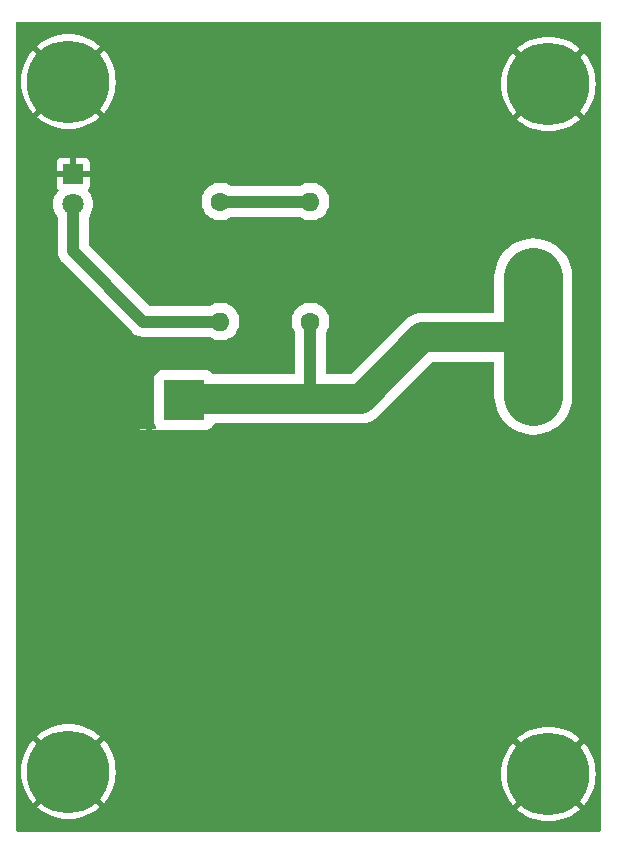
<source format=gbr>
%TF.GenerationSoftware,KiCad,Pcbnew,8.0.6*%
%TF.CreationDate,2024-11-12T22:05:41-08:00*%
%TF.ProjectId,PD Jack_RevA,5044204a-6163-46b5-9f52-6576412e6b69,rev?*%
%TF.SameCoordinates,Original*%
%TF.FileFunction,Copper,L2,Bot*%
%TF.FilePolarity,Positive*%
%FSLAX46Y46*%
G04 Gerber Fmt 4.6, Leading zero omitted, Abs format (unit mm)*
G04 Created by KiCad (PCBNEW 8.0.6) date 2024-11-12 22:05:41*
%MOMM*%
%LPD*%
G01*
G04 APERTURE LIST*
G04 Aperture macros list*
%AMRoundRect*
0 Rectangle with rounded corners*
0 $1 Rounding radius*
0 $2 $3 $4 $5 $6 $7 $8 $9 X,Y pos of 4 corners*
0 Add a 4 corners polygon primitive as box body*
4,1,4,$2,$3,$4,$5,$6,$7,$8,$9,$2,$3,0*
0 Add four circle primitives for the rounded corners*
1,1,$1+$1,$2,$3*
1,1,$1+$1,$4,$5*
1,1,$1+$1,$6,$7*
1,1,$1+$1,$8,$9*
0 Add four rect primitives between the rounded corners*
20,1,$1+$1,$2,$3,$4,$5,0*
20,1,$1+$1,$4,$5,$6,$7,0*
20,1,$1+$1,$6,$7,$8,$9,0*
20,1,$1+$1,$8,$9,$2,$3,0*%
G04 Aperture macros list end*
%TA.AperFunction,ComponentPad*%
%ADD10C,7.000000*%
%TD*%
%TA.AperFunction,ComponentPad*%
%ADD11R,1.800000X1.800000*%
%TD*%
%TA.AperFunction,ComponentPad*%
%ADD12C,1.800000*%
%TD*%
%TA.AperFunction,ComponentPad*%
%ADD13R,3.500000X3.500000*%
%TD*%
%TA.AperFunction,ComponentPad*%
%ADD14RoundRect,0.750000X-0.750000X-1.000000X0.750000X-1.000000X0.750000X1.000000X-0.750000X1.000000X0*%
%TD*%
%TA.AperFunction,ComponentPad*%
%ADD15RoundRect,0.875000X-0.875000X-0.875000X0.875000X-0.875000X0.875000X0.875000X-0.875000X0.875000X0*%
%TD*%
%TA.AperFunction,ComponentPad*%
%ADD16C,1.600000*%
%TD*%
%TA.AperFunction,ComponentPad*%
%ADD17O,1.600000X1.600000*%
%TD*%
%TA.AperFunction,ComponentPad*%
%ADD18R,2.600000X2.600000*%
%TD*%
%TA.AperFunction,ComponentPad*%
%ADD19C,2.600000*%
%TD*%
%TA.AperFunction,Conductor*%
%ADD20C,1.000000*%
%TD*%
%TA.AperFunction,Conductor*%
%ADD21C,0.508000*%
%TD*%
%TA.AperFunction,Conductor*%
%ADD22C,2.540000*%
%TD*%
%TA.AperFunction,Conductor*%
%ADD23C,5.000000*%
%TD*%
%TA.AperFunction,Conductor*%
%ADD24C,0.200000*%
%TD*%
%TA.AperFunction,Conductor*%
%ADD25C,4.500000*%
%TD*%
G04 APERTURE END LIST*
D10*
%TO.P,H4,1,1*%
%TO.N,GND*%
X124460000Y-130810000D03*
%TD*%
D11*
%TO.P,D1,1,K*%
%TO.N,GND*%
X124865000Y-80237000D03*
D12*
%TO.P,D1,2,A*%
%TO.N,Net-(D1-A)*%
X124865000Y-82777000D03*
%TD*%
D13*
%TO.P,J1,1*%
%TO.N,18V*%
X134270000Y-99372500D03*
D14*
%TO.P,J1,2*%
%TO.N,GND*%
X128270000Y-99372500D03*
D15*
%TO.P,J1,3*%
X131270000Y-104072500D03*
%TD*%
D16*
%TO.P,R1,1*%
%TO.N,18V*%
X144958000Y-92710000D03*
D17*
%TO.P,R1,2*%
%TO.N,Net-(R1-Pad2)*%
X144958000Y-82550000D03*
%TD*%
D18*
%TO.P,(-)J3,1,Pin_1*%
%TO.N,GND*%
X164135000Y-118030000D03*
D19*
%TO.P,(-)J3,2,Pin_2*%
X164135000Y-113030000D03*
%TO.P,(-)J3,3,Pin_3*%
X164135000Y-108030000D03*
%TD*%
D10*
%TO.P,H2,1,1*%
%TO.N,GND*%
X165100000Y-131017000D03*
%TD*%
%TO.P,H1,1,1*%
%TO.N,GND*%
X165100000Y-72597000D03*
%TD*%
%TO.P,H3,1,1*%
%TO.N,GND*%
X124460000Y-72390000D03*
%TD*%
D18*
%TO.P,(+)J2,1,Pin_1*%
%TO.N,18V*%
X163830000Y-98980000D03*
D19*
%TO.P,(+)J2,2,Pin_2*%
X163830000Y-93980000D03*
%TO.P,(+)J2,3,Pin_3*%
X163830000Y-88980000D03*
%TD*%
D16*
%TO.P,R2,1*%
%TO.N,Net-(R1-Pad2)*%
X137338000Y-82550000D03*
D17*
%TO.P,R2,2*%
%TO.N,Net-(D1-A)*%
X137338000Y-92710000D03*
%TD*%
D20*
%TO.N,Net-(R1-Pad2)*%
X137338000Y-82550000D02*
X144958000Y-82550000D01*
D21*
%TO.N,18V*%
X134375500Y-99267000D02*
X134270000Y-99372500D01*
D22*
X163623000Y-99267000D02*
X163830000Y-99060000D01*
D21*
X163543000Y-99267000D02*
X163830000Y-98980000D01*
D22*
X163830000Y-93980000D02*
X163750000Y-94060000D01*
X145000000Y-99267000D02*
X144958000Y-99225000D01*
X149233000Y-99267000D02*
X134375500Y-99267000D01*
X154440000Y-94060000D02*
X149233000Y-99267000D01*
X163750000Y-89060000D02*
X163830000Y-88980000D01*
X163750000Y-94060000D02*
X154440000Y-94060000D01*
D20*
X144958000Y-99225000D02*
X144958000Y-92710000D01*
D23*
X163830000Y-88980000D02*
X163830000Y-98980000D01*
D20*
%TO.N,Net-(D1-A)*%
X124865000Y-86765000D02*
X124865000Y-82777000D01*
X130810000Y-92710000D02*
X137338000Y-92710000D01*
X130810000Y-92710000D02*
X124865000Y-86765000D01*
D24*
%TO.N,GND*%
X164135000Y-108365000D02*
X164135000Y-108030000D01*
D25*
X128270000Y-98000000D02*
X128270000Y-104030000D01*
X128312500Y-104072500D02*
X136000000Y-104072500D01*
D24*
X164135000Y-108365000D02*
X164000000Y-108500000D01*
D21*
X125092000Y-80010000D02*
X124865000Y-80237000D01*
D23*
X164135000Y-118030000D02*
X164135000Y-108030000D01*
D22*
X164135000Y-130052000D02*
X165100000Y-131017000D01*
D24*
X128270000Y-104030000D02*
X128312500Y-104072500D01*
%TD*%
%TA.AperFunction,Conductor*%
%TO.N,GND*%
G36*
X169488039Y-67329685D02*
G01*
X169533794Y-67382489D01*
X169545000Y-67434000D01*
X169545000Y-135766000D01*
X169525315Y-135833039D01*
X169472511Y-135878794D01*
X169421000Y-135890000D01*
X120139000Y-135890000D01*
X120071961Y-135870315D01*
X120026206Y-135817511D01*
X120015000Y-135766000D01*
X120015000Y-130810000D01*
X120455176Y-130810000D01*
X120474461Y-131202550D01*
X120532129Y-131591308D01*
X120627625Y-131972549D01*
X120760016Y-132342559D01*
X120760023Y-132342575D01*
X120928062Y-132697864D01*
X121130109Y-133034958D01*
X121364228Y-133350632D01*
X121460068Y-133456376D01*
X121460069Y-133456376D01*
X123058381Y-131858064D01*
X123141457Y-131966331D01*
X123303669Y-132128543D01*
X123411934Y-132211617D01*
X121813622Y-133809929D01*
X121813622Y-133809930D01*
X121919367Y-133905771D01*
X122235041Y-134139890D01*
X122572135Y-134341937D01*
X122927424Y-134509976D01*
X122927440Y-134509983D01*
X123297450Y-134642374D01*
X123678691Y-134737870D01*
X124067449Y-134795538D01*
X124460000Y-134814823D01*
X124852550Y-134795538D01*
X125241308Y-134737870D01*
X125622549Y-134642374D01*
X125992559Y-134509983D01*
X125992575Y-134509976D01*
X126347864Y-134341937D01*
X126684958Y-134139890D01*
X127000632Y-133905770D01*
X127106376Y-133809929D01*
X125508065Y-132211618D01*
X125616331Y-132128543D01*
X125778543Y-131966331D01*
X125861618Y-131858065D01*
X127459929Y-133456376D01*
X127555770Y-133350632D01*
X127789890Y-133034958D01*
X127991937Y-132697864D01*
X128159976Y-132342575D01*
X128159983Y-132342559D01*
X128292374Y-131972549D01*
X128387870Y-131591308D01*
X128445538Y-131202550D01*
X128454654Y-131017000D01*
X161095176Y-131017000D01*
X161114461Y-131409550D01*
X161172129Y-131798308D01*
X161267625Y-132179549D01*
X161400016Y-132549559D01*
X161400023Y-132549575D01*
X161568062Y-132904864D01*
X161770109Y-133241958D01*
X162004228Y-133557632D01*
X162100068Y-133663376D01*
X162100069Y-133663376D01*
X163698381Y-132065064D01*
X163781457Y-132173331D01*
X163943669Y-132335543D01*
X164051934Y-132418617D01*
X162453622Y-134016929D01*
X162453622Y-134016930D01*
X162559367Y-134112771D01*
X162875041Y-134346890D01*
X163212135Y-134548937D01*
X163567424Y-134716976D01*
X163567440Y-134716983D01*
X163937450Y-134849374D01*
X164318691Y-134944870D01*
X164707449Y-135002538D01*
X165100000Y-135021823D01*
X165492550Y-135002538D01*
X165881308Y-134944870D01*
X166262549Y-134849374D01*
X166632559Y-134716983D01*
X166632575Y-134716976D01*
X166987864Y-134548937D01*
X167324958Y-134346890D01*
X167640632Y-134112770D01*
X167746376Y-134016929D01*
X166148065Y-132418618D01*
X166256331Y-132335543D01*
X166418543Y-132173331D01*
X166501618Y-132065065D01*
X168099929Y-133663376D01*
X168195770Y-133557632D01*
X168429890Y-133241958D01*
X168631937Y-132904864D01*
X168799976Y-132549575D01*
X168799983Y-132549559D01*
X168932374Y-132179549D01*
X169027870Y-131798308D01*
X169085538Y-131409550D01*
X169104823Y-131017000D01*
X169085538Y-130624449D01*
X169027870Y-130235691D01*
X168932374Y-129854450D01*
X168799983Y-129484440D01*
X168799976Y-129484424D01*
X168631937Y-129129135D01*
X168429890Y-128792041D01*
X168195771Y-128476367D01*
X168099930Y-128370622D01*
X168099929Y-128370622D01*
X166501617Y-129968934D01*
X166418543Y-129860669D01*
X166256331Y-129698457D01*
X166148065Y-129615381D01*
X167746376Y-128017069D01*
X167746376Y-128017068D01*
X167640632Y-127921228D01*
X167324958Y-127687109D01*
X166987864Y-127485062D01*
X166632575Y-127317023D01*
X166632559Y-127317016D01*
X166262549Y-127184625D01*
X165881308Y-127089129D01*
X165492550Y-127031461D01*
X165100000Y-127012176D01*
X164707449Y-127031461D01*
X164318691Y-127089129D01*
X163937450Y-127184625D01*
X163567440Y-127317016D01*
X163567424Y-127317023D01*
X163212135Y-127485062D01*
X162875041Y-127687109D01*
X162559368Y-127921228D01*
X162453622Y-128017069D01*
X164051934Y-129615381D01*
X163943669Y-129698457D01*
X163781457Y-129860669D01*
X163698382Y-129968934D01*
X162100069Y-128370622D01*
X162004228Y-128476368D01*
X161770109Y-128792041D01*
X161568062Y-129129135D01*
X161400023Y-129484424D01*
X161400016Y-129484440D01*
X161267625Y-129854450D01*
X161172129Y-130235691D01*
X161114461Y-130624449D01*
X161095176Y-131017000D01*
X128454654Y-131017000D01*
X128464823Y-130810000D01*
X128445538Y-130417449D01*
X128387870Y-130028691D01*
X128292374Y-129647450D01*
X128159983Y-129277440D01*
X128159976Y-129277424D01*
X127991937Y-128922135D01*
X127789890Y-128585041D01*
X127555771Y-128269367D01*
X127459930Y-128163622D01*
X127459929Y-128163622D01*
X125861617Y-129761934D01*
X125778543Y-129653669D01*
X125616331Y-129491457D01*
X125508065Y-129408381D01*
X127106376Y-127810069D01*
X127106376Y-127810068D01*
X127000632Y-127714228D01*
X126684958Y-127480109D01*
X126347864Y-127278062D01*
X125992575Y-127110023D01*
X125992559Y-127110016D01*
X125622549Y-126977625D01*
X125241308Y-126882129D01*
X124852550Y-126824461D01*
X124460000Y-126805176D01*
X124067449Y-126824461D01*
X123678691Y-126882129D01*
X123297450Y-126977625D01*
X122927440Y-127110016D01*
X122927424Y-127110023D01*
X122572135Y-127278062D01*
X122235041Y-127480109D01*
X121919368Y-127714228D01*
X121813622Y-127810069D01*
X123411934Y-129408381D01*
X123303669Y-129491457D01*
X123141457Y-129653669D01*
X123058381Y-129761934D01*
X121460069Y-128163622D01*
X121364228Y-128269368D01*
X121130109Y-128585041D01*
X120928062Y-128922135D01*
X120760023Y-129277424D01*
X120760016Y-129277440D01*
X120627625Y-129647450D01*
X120532129Y-130028691D01*
X120474461Y-130417449D01*
X120455176Y-130810000D01*
X120015000Y-130810000D01*
X120015000Y-116682155D01*
X162335000Y-116682155D01*
X162335000Y-117780000D01*
X163534999Y-117780000D01*
X163509979Y-117840402D01*
X163485000Y-117965981D01*
X163485000Y-118094019D01*
X163509979Y-118219598D01*
X163534999Y-118280000D01*
X162335000Y-118280000D01*
X162335000Y-119377844D01*
X162341401Y-119437372D01*
X162341403Y-119437379D01*
X162391645Y-119572086D01*
X162391649Y-119572093D01*
X162477809Y-119687187D01*
X162477812Y-119687190D01*
X162592906Y-119773350D01*
X162592913Y-119773354D01*
X162727620Y-119823596D01*
X162727627Y-119823598D01*
X162787155Y-119829999D01*
X162787172Y-119830000D01*
X163885000Y-119830000D01*
X163885000Y-118630001D01*
X163945402Y-118655021D01*
X164070981Y-118680000D01*
X164199019Y-118680000D01*
X164324598Y-118655021D01*
X164385000Y-118630001D01*
X164385000Y-119830000D01*
X165482828Y-119830000D01*
X165482844Y-119829999D01*
X165542372Y-119823598D01*
X165542379Y-119823596D01*
X165677086Y-119773354D01*
X165677093Y-119773350D01*
X165792187Y-119687190D01*
X165792190Y-119687187D01*
X165878350Y-119572093D01*
X165878354Y-119572086D01*
X165928596Y-119437379D01*
X165928598Y-119437372D01*
X165934999Y-119377844D01*
X165935000Y-119377827D01*
X165935000Y-118280000D01*
X164735001Y-118280000D01*
X164760021Y-118219598D01*
X164785000Y-118094019D01*
X164785000Y-117965981D01*
X164760021Y-117840402D01*
X164735001Y-117780000D01*
X165935000Y-117780000D01*
X165935000Y-116682172D01*
X165934999Y-116682155D01*
X165928598Y-116622627D01*
X165928596Y-116622620D01*
X165878354Y-116487913D01*
X165878350Y-116487906D01*
X165792190Y-116372812D01*
X165792187Y-116372809D01*
X165677093Y-116286649D01*
X165677086Y-116286645D01*
X165542379Y-116236403D01*
X165542372Y-116236401D01*
X165482844Y-116230000D01*
X164385000Y-116230000D01*
X164385000Y-117429998D01*
X164324598Y-117404979D01*
X164199019Y-117380000D01*
X164070981Y-117380000D01*
X163945402Y-117404979D01*
X163885000Y-117429998D01*
X163885000Y-116230000D01*
X162787155Y-116230000D01*
X162727627Y-116236401D01*
X162727620Y-116236403D01*
X162592913Y-116286645D01*
X162592906Y-116286649D01*
X162477812Y-116372809D01*
X162477809Y-116372812D01*
X162391649Y-116487906D01*
X162391645Y-116487913D01*
X162341403Y-116622620D01*
X162341401Y-116622627D01*
X162335000Y-116682155D01*
X120015000Y-116682155D01*
X120015000Y-113029995D01*
X162329953Y-113029995D01*
X162329953Y-113030004D01*
X162350113Y-113299026D01*
X162350113Y-113299028D01*
X162410142Y-113562033D01*
X162410148Y-113562052D01*
X162508709Y-113813181D01*
X162508708Y-113813181D01*
X162643602Y-114046822D01*
X162697294Y-114114151D01*
X162697295Y-114114151D01*
X163533958Y-113277488D01*
X163558978Y-113337890D01*
X163630112Y-113444351D01*
X163720649Y-113534888D01*
X163827110Y-113606022D01*
X163887510Y-113631041D01*
X163049848Y-114468702D01*
X163232483Y-114593220D01*
X163232485Y-114593221D01*
X163475539Y-114710269D01*
X163475537Y-114710269D01*
X163733337Y-114789790D01*
X163733343Y-114789792D01*
X164000101Y-114829999D01*
X164000110Y-114830000D01*
X164269890Y-114830000D01*
X164269898Y-114829999D01*
X164536656Y-114789792D01*
X164536662Y-114789790D01*
X164794461Y-114710269D01*
X165037521Y-114593218D01*
X165220150Y-114468702D01*
X164382488Y-113631041D01*
X164442890Y-113606022D01*
X164549351Y-113534888D01*
X164639888Y-113444351D01*
X164711022Y-113337890D01*
X164736041Y-113277489D01*
X165572703Y-114114151D01*
X165572704Y-114114150D01*
X165626393Y-114046828D01*
X165626400Y-114046817D01*
X165761290Y-113813181D01*
X165859851Y-113562052D01*
X165859857Y-113562033D01*
X165919886Y-113299028D01*
X165919886Y-113299026D01*
X165940047Y-113030004D01*
X165940047Y-113029995D01*
X165919886Y-112760973D01*
X165919886Y-112760971D01*
X165859857Y-112497966D01*
X165859851Y-112497947D01*
X165761290Y-112246818D01*
X165761291Y-112246818D01*
X165626397Y-112013177D01*
X165572704Y-111945847D01*
X164736041Y-112782510D01*
X164711022Y-112722110D01*
X164639888Y-112615649D01*
X164549351Y-112525112D01*
X164442890Y-112453978D01*
X164382488Y-112428958D01*
X165220150Y-111591296D01*
X165037517Y-111466779D01*
X165037516Y-111466778D01*
X164794460Y-111349730D01*
X164794462Y-111349730D01*
X164536662Y-111270209D01*
X164536656Y-111270207D01*
X164269898Y-111230000D01*
X164000101Y-111230000D01*
X163733343Y-111270207D01*
X163733337Y-111270209D01*
X163475538Y-111349730D01*
X163232485Y-111466778D01*
X163232476Y-111466783D01*
X163049848Y-111591296D01*
X163887511Y-112428958D01*
X163827110Y-112453978D01*
X163720649Y-112525112D01*
X163630112Y-112615649D01*
X163558978Y-112722110D01*
X163533958Y-112782511D01*
X162697295Y-111945848D01*
X162643600Y-112013180D01*
X162508709Y-112246818D01*
X162410148Y-112497947D01*
X162410142Y-112497966D01*
X162350113Y-112760971D01*
X162350113Y-112760973D01*
X162329953Y-113029995D01*
X120015000Y-113029995D01*
X120015000Y-108029995D01*
X162329953Y-108029995D01*
X162329953Y-108030004D01*
X162350113Y-108299026D01*
X162350113Y-108299028D01*
X162410142Y-108562033D01*
X162410148Y-108562052D01*
X162508709Y-108813181D01*
X162508708Y-108813181D01*
X162643602Y-109046822D01*
X162697294Y-109114151D01*
X162697295Y-109114151D01*
X163533958Y-108277488D01*
X163558978Y-108337890D01*
X163630112Y-108444351D01*
X163720649Y-108534888D01*
X163827110Y-108606022D01*
X163887510Y-108631041D01*
X163049848Y-109468702D01*
X163232483Y-109593220D01*
X163232485Y-109593221D01*
X163475539Y-109710269D01*
X163475537Y-109710269D01*
X163733337Y-109789790D01*
X163733343Y-109789792D01*
X164000101Y-109829999D01*
X164000110Y-109830000D01*
X164269890Y-109830000D01*
X164269898Y-109829999D01*
X164536656Y-109789792D01*
X164536662Y-109789790D01*
X164794461Y-109710269D01*
X165037521Y-109593218D01*
X165220150Y-109468702D01*
X164382488Y-108631041D01*
X164442890Y-108606022D01*
X164549351Y-108534888D01*
X164639888Y-108444351D01*
X164711022Y-108337890D01*
X164736041Y-108277489D01*
X165572703Y-109114151D01*
X165572704Y-109114150D01*
X165626393Y-109046828D01*
X165626400Y-109046817D01*
X165761290Y-108813181D01*
X165859851Y-108562052D01*
X165859857Y-108562033D01*
X165919886Y-108299028D01*
X165919886Y-108299026D01*
X165940047Y-108030004D01*
X165940047Y-108029995D01*
X165919886Y-107760973D01*
X165919886Y-107760971D01*
X165859857Y-107497966D01*
X165859851Y-107497947D01*
X165761290Y-107246818D01*
X165761291Y-107246818D01*
X165626397Y-107013177D01*
X165572704Y-106945847D01*
X164736041Y-107782510D01*
X164711022Y-107722110D01*
X164639888Y-107615649D01*
X164549351Y-107525112D01*
X164442890Y-107453978D01*
X164382488Y-107428958D01*
X165220150Y-106591296D01*
X165037517Y-106466779D01*
X165037516Y-106466778D01*
X164794460Y-106349730D01*
X164794462Y-106349730D01*
X164536662Y-106270209D01*
X164536656Y-106270207D01*
X164269898Y-106230000D01*
X164000101Y-106230000D01*
X163733343Y-106270207D01*
X163733337Y-106270209D01*
X163475538Y-106349730D01*
X163232485Y-106466778D01*
X163232476Y-106466783D01*
X163049848Y-106591296D01*
X163887511Y-107428958D01*
X163827110Y-107453978D01*
X163720649Y-107525112D01*
X163630112Y-107615649D01*
X163558978Y-107722110D01*
X163533958Y-107782511D01*
X162697295Y-106945848D01*
X162643600Y-107013180D01*
X162508709Y-107246818D01*
X162410148Y-107497947D01*
X162410142Y-107497966D01*
X162350113Y-107760971D01*
X162350113Y-107760973D01*
X162329953Y-108029995D01*
X120015000Y-108029995D01*
X120015000Y-103103921D01*
X129020000Y-103103921D01*
X129020000Y-103822500D01*
X129836988Y-103822500D01*
X129804075Y-103879507D01*
X129770000Y-104006674D01*
X129770000Y-104138326D01*
X129804075Y-104265493D01*
X129836988Y-104322500D01*
X129020001Y-104322500D01*
X129020001Y-105041088D01*
X129022794Y-105093691D01*
X129067237Y-105323487D01*
X129149879Y-105542475D01*
X129268339Y-105744341D01*
X129268344Y-105744348D01*
X129419211Y-105923286D01*
X129419213Y-105923288D01*
X129598151Y-106074155D01*
X129598158Y-106074160D01*
X129800024Y-106192620D01*
X130019012Y-106275262D01*
X130248809Y-106319705D01*
X130301382Y-106322498D01*
X130301421Y-106322499D01*
X131019999Y-106322499D01*
X131020000Y-106322498D01*
X131020000Y-104572500D01*
X131520000Y-104572500D01*
X131520000Y-106322499D01*
X132238576Y-106322499D01*
X132238588Y-106322498D01*
X132291191Y-106319705D01*
X132520987Y-106275262D01*
X132739975Y-106192620D01*
X132941841Y-106074160D01*
X132941848Y-106074155D01*
X133120786Y-105923288D01*
X133120788Y-105923286D01*
X133271655Y-105744348D01*
X133271660Y-105744341D01*
X133390120Y-105542475D01*
X133472762Y-105323487D01*
X133517205Y-105093691D01*
X133517205Y-105093690D01*
X133519998Y-105041117D01*
X133520000Y-105041078D01*
X133520000Y-104322500D01*
X132703012Y-104322500D01*
X132735925Y-104265493D01*
X132770000Y-104138326D01*
X132770000Y-104006674D01*
X132735925Y-103879507D01*
X132703012Y-103822500D01*
X133519999Y-103822500D01*
X133519999Y-103103923D01*
X133519998Y-103103911D01*
X133517205Y-103051308D01*
X133472762Y-102821512D01*
X133390120Y-102602524D01*
X133271660Y-102400658D01*
X133271655Y-102400651D01*
X133120790Y-102221715D01*
X133026007Y-102141802D01*
X132987442Y-102083539D01*
X132986498Y-102013676D01*
X133023474Y-101954393D01*
X133086632Y-101924512D01*
X133105936Y-101923000D01*
X136064957Y-101923000D01*
X136064958Y-101922999D01*
X136132104Y-101915434D01*
X136199249Y-101907869D01*
X136199252Y-101907868D01*
X136199255Y-101907868D01*
X136369522Y-101848289D01*
X136522262Y-101752316D01*
X136649816Y-101624762D01*
X136745789Y-101472022D01*
X136763801Y-101420545D01*
X136804523Y-101363770D01*
X136869475Y-101338022D01*
X136880843Y-101337500D01*
X144860420Y-101337500D01*
X144860452Y-101337501D01*
X144864292Y-101337501D01*
X145139548Y-101337501D01*
X145139580Y-101337500D01*
X149093420Y-101337500D01*
X149093452Y-101337501D01*
X149097292Y-101337501D01*
X149368701Y-101337501D01*
X149368708Y-101337501D01*
X149637801Y-101302074D01*
X149899969Y-101231826D01*
X149929198Y-101219719D01*
X150150724Y-101127960D01*
X150385777Y-100992252D01*
X150601105Y-100827025D01*
X150793025Y-100635105D01*
X155261311Y-96166819D01*
X155322634Y-96133334D01*
X155348992Y-96130500D01*
X160405500Y-96130500D01*
X160472539Y-96150185D01*
X160518294Y-96202989D01*
X160529500Y-96254500D01*
X160529500Y-99142139D01*
X160561284Y-99464857D01*
X160561287Y-99464874D01*
X160624545Y-99782902D01*
X160624548Y-99782913D01*
X160718686Y-100093247D01*
X160842786Y-100392849D01*
X160842788Y-100392854D01*
X160995646Y-100678830D01*
X160995657Y-100678848D01*
X161175811Y-100948467D01*
X161175821Y-100948481D01*
X161381546Y-101199158D01*
X161610841Y-101428453D01*
X161610846Y-101428457D01*
X161610847Y-101428458D01*
X161861524Y-101634183D01*
X162131158Y-101814347D01*
X162131167Y-101814352D01*
X162131169Y-101814353D01*
X162417145Y-101967211D01*
X162417147Y-101967211D01*
X162417153Y-101967215D01*
X162716754Y-102091314D01*
X163027077Y-102185449D01*
X163027083Y-102185450D01*
X163027086Y-102185451D01*
X163027097Y-102185454D01*
X163226528Y-102225122D01*
X163345132Y-102248714D01*
X163667857Y-102280500D01*
X163667860Y-102280500D01*
X163992140Y-102280500D01*
X163992143Y-102280500D01*
X164314868Y-102248714D01*
X164472295Y-102217399D01*
X164632902Y-102185454D01*
X164632913Y-102185451D01*
X164632913Y-102185450D01*
X164632923Y-102185449D01*
X164943246Y-102091314D01*
X165242847Y-101967215D01*
X165528842Y-101814347D01*
X165798476Y-101634183D01*
X166049153Y-101428458D01*
X166278458Y-101199153D01*
X166484183Y-100948476D01*
X166664347Y-100678842D01*
X166817215Y-100392847D01*
X166941314Y-100093246D01*
X167035449Y-99782923D01*
X167035451Y-99782913D01*
X167035454Y-99782902D01*
X167067399Y-99622295D01*
X167098714Y-99464868D01*
X167130500Y-99142143D01*
X167130500Y-88817857D01*
X167098714Y-88495132D01*
X167075122Y-88376528D01*
X167035454Y-88177097D01*
X167035451Y-88177086D01*
X167035450Y-88177083D01*
X167035449Y-88177077D01*
X166941314Y-87866754D01*
X166817215Y-87567153D01*
X166664347Y-87281158D01*
X166484183Y-87011524D01*
X166278458Y-86760847D01*
X166278457Y-86760846D01*
X166278453Y-86760841D01*
X166049158Y-86531546D01*
X165798481Y-86325821D01*
X165798480Y-86325820D01*
X165798476Y-86325817D01*
X165528842Y-86145653D01*
X165528837Y-86145650D01*
X165528830Y-86145646D01*
X165242854Y-85992788D01*
X165242849Y-85992786D01*
X164943247Y-85868686D01*
X164632913Y-85774548D01*
X164632902Y-85774545D01*
X164314874Y-85711287D01*
X164314857Y-85711284D01*
X164070812Y-85687248D01*
X163992143Y-85679500D01*
X163667857Y-85679500D01*
X163595099Y-85686666D01*
X163345142Y-85711284D01*
X163345125Y-85711287D01*
X163027097Y-85774545D01*
X163027086Y-85774548D01*
X162716752Y-85868686D01*
X162417150Y-85992786D01*
X162417145Y-85992788D01*
X162131169Y-86145646D01*
X162131151Y-86145657D01*
X161861532Y-86325811D01*
X161861518Y-86325821D01*
X161610841Y-86531546D01*
X161381546Y-86760841D01*
X161175821Y-87011518D01*
X161175811Y-87011532D01*
X160995657Y-87281151D01*
X160995646Y-87281169D01*
X160842788Y-87567145D01*
X160842786Y-87567150D01*
X160718686Y-87866752D01*
X160624548Y-88177086D01*
X160624545Y-88177097D01*
X160561287Y-88495125D01*
X160561284Y-88495142D01*
X160529500Y-88817860D01*
X160529500Y-91865500D01*
X160509815Y-91932539D01*
X160457011Y-91978294D01*
X160405500Y-91989500D01*
X154579580Y-91989500D01*
X154579548Y-91989499D01*
X154575708Y-91989499D01*
X154304292Y-91989499D01*
X154304286Y-91989499D01*
X154304282Y-91989500D01*
X154035202Y-92024925D01*
X153773026Y-92095175D01*
X153522279Y-92199038D01*
X153522275Y-92199040D01*
X153469531Y-92229492D01*
X153416786Y-92259945D01*
X153287223Y-92334747D01*
X153071896Y-92499973D01*
X153071889Y-92499979D01*
X148411689Y-97160181D01*
X148350366Y-97193666D01*
X148324008Y-97196500D01*
X146382500Y-97196500D01*
X146315461Y-97176815D01*
X146269706Y-97124011D01*
X146258500Y-97072500D01*
X146258500Y-93685914D01*
X146276773Y-93621124D01*
X146317842Y-93554107D01*
X146388466Y-93438859D01*
X146484873Y-93206111D01*
X146543683Y-92961148D01*
X146563449Y-92710000D01*
X146543683Y-92458852D01*
X146484873Y-92213889D01*
X146435700Y-92095174D01*
X146388466Y-91981140D01*
X146256839Y-91766346D01*
X146256838Y-91766343D01*
X146219875Y-91723066D01*
X146093224Y-91574776D01*
X145966571Y-91466604D01*
X145901656Y-91411161D01*
X145901653Y-91411160D01*
X145686859Y-91279533D01*
X145454110Y-91183126D01*
X145209151Y-91124317D01*
X144958000Y-91104551D01*
X144706848Y-91124317D01*
X144461889Y-91183126D01*
X144229140Y-91279533D01*
X144014346Y-91411160D01*
X144014343Y-91411161D01*
X143822776Y-91574776D01*
X143659161Y-91766343D01*
X143659160Y-91766346D01*
X143527533Y-91981140D01*
X143431126Y-92213889D01*
X143372317Y-92458848D01*
X143352551Y-92710000D01*
X143372317Y-92961151D01*
X143431126Y-93206110D01*
X143527533Y-93438859D01*
X143639227Y-93621124D01*
X143657500Y-93685914D01*
X143657500Y-97072500D01*
X143637815Y-97139539D01*
X143585011Y-97185294D01*
X143533500Y-97196500D01*
X136766268Y-97196500D01*
X136699229Y-97176815D01*
X136661275Y-97138473D01*
X136649819Y-97120241D01*
X136522262Y-96992684D01*
X136369523Y-96896711D01*
X136199254Y-96837131D01*
X136199249Y-96837130D01*
X136064960Y-96822000D01*
X136064954Y-96822000D01*
X132475046Y-96822000D01*
X132475039Y-96822000D01*
X132340750Y-96837130D01*
X132340745Y-96837131D01*
X132170476Y-96896711D01*
X132017737Y-96992684D01*
X131890184Y-97120237D01*
X131794211Y-97272976D01*
X131734631Y-97443245D01*
X131734630Y-97443250D01*
X131719500Y-97577539D01*
X131719500Y-101167460D01*
X131734630Y-101301749D01*
X131734631Y-101301754D01*
X131794211Y-101472023D01*
X131847683Y-101557122D01*
X131888761Y-101622498D01*
X131893889Y-101630658D01*
X131891750Y-101632001D01*
X131913743Y-101685885D01*
X131900980Y-101754579D01*
X131853105Y-101805469D01*
X131790386Y-101822500D01*
X131520000Y-101822500D01*
X131520000Y-103572500D01*
X131020000Y-103572500D01*
X131020000Y-101822500D01*
X130301423Y-101822500D01*
X130301411Y-101822501D01*
X130248808Y-101825294D01*
X130019012Y-101869737D01*
X129800024Y-101952379D01*
X129598158Y-102070839D01*
X129598151Y-102070844D01*
X129419213Y-102221711D01*
X129419211Y-102221713D01*
X129268344Y-102400651D01*
X129268339Y-102400658D01*
X129149879Y-102602524D01*
X129067237Y-102821512D01*
X129022794Y-103051308D01*
X129022794Y-103051309D01*
X129020001Y-103103882D01*
X129020000Y-103103921D01*
X120015000Y-103103921D01*
X120015000Y-98308303D01*
X126270000Y-98308303D01*
X126270000Y-99122500D01*
X127770000Y-99122500D01*
X127770000Y-99622500D01*
X126270001Y-99622500D01*
X126270001Y-100436697D01*
X126280400Y-100568832D01*
X126335377Y-100787019D01*
X126428428Y-100991874D01*
X126428431Y-100991880D01*
X126556559Y-101176823D01*
X126556569Y-101176835D01*
X126715664Y-101335930D01*
X126715676Y-101335940D01*
X126900619Y-101464068D01*
X126900625Y-101464071D01*
X127105480Y-101557122D01*
X127323667Y-101612099D01*
X127455810Y-101622499D01*
X128019999Y-101622499D01*
X128020000Y-101622498D01*
X128020000Y-100805512D01*
X128077007Y-100838425D01*
X128204174Y-100872500D01*
X128335826Y-100872500D01*
X128462993Y-100838425D01*
X128520000Y-100805512D01*
X128520000Y-101622499D01*
X129084182Y-101622499D01*
X129084197Y-101622498D01*
X129216332Y-101612099D01*
X129434519Y-101557122D01*
X129639374Y-101464071D01*
X129639380Y-101464068D01*
X129824323Y-101335940D01*
X129824335Y-101335930D01*
X129983430Y-101176835D01*
X129983440Y-101176823D01*
X130111568Y-100991880D01*
X130111571Y-100991874D01*
X130204622Y-100787019D01*
X130259599Y-100568832D01*
X130269999Y-100436696D01*
X130270000Y-100436684D01*
X130270000Y-99622500D01*
X128770000Y-99622500D01*
X128770000Y-99122500D01*
X130269999Y-99122500D01*
X130269999Y-98308317D01*
X130269998Y-98308302D01*
X130259599Y-98176167D01*
X130204622Y-97957980D01*
X130111571Y-97753125D01*
X130111568Y-97753119D01*
X129983440Y-97568176D01*
X129983430Y-97568164D01*
X129824335Y-97409069D01*
X129824323Y-97409059D01*
X129639380Y-97280931D01*
X129639374Y-97280928D01*
X129434519Y-97187877D01*
X129216332Y-97132900D01*
X129084196Y-97122500D01*
X128520000Y-97122500D01*
X128520000Y-97939488D01*
X128462993Y-97906575D01*
X128335826Y-97872500D01*
X128204174Y-97872500D01*
X128077007Y-97906575D01*
X128020000Y-97939488D01*
X128020000Y-97122500D01*
X127455817Y-97122500D01*
X127455802Y-97122501D01*
X127323667Y-97132900D01*
X127105480Y-97187877D01*
X126900625Y-97280928D01*
X126900619Y-97280931D01*
X126715676Y-97409059D01*
X126715664Y-97409069D01*
X126556569Y-97568164D01*
X126556559Y-97568176D01*
X126428431Y-97753119D01*
X126428428Y-97753125D01*
X126335377Y-97957980D01*
X126280400Y-98176167D01*
X126270000Y-98308303D01*
X120015000Y-98308303D01*
X120015000Y-82776995D01*
X123159732Y-82776995D01*
X123159732Y-82777004D01*
X123178777Y-83031154D01*
X123178778Y-83031157D01*
X123235492Y-83279637D01*
X123328607Y-83516888D01*
X123456041Y-83737612D01*
X123537447Y-83839691D01*
X123563855Y-83904376D01*
X123564500Y-83917003D01*
X123564500Y-86867351D01*
X123596522Y-87069534D01*
X123634286Y-87185758D01*
X123659780Y-87264219D01*
X123668411Y-87281158D01*
X123752713Y-87446611D01*
X123873034Y-87612219D01*
X123873035Y-87612220D01*
X123873036Y-87612221D01*
X129814908Y-93554092D01*
X129814922Y-93554107D01*
X129818033Y-93557218D01*
X129818034Y-93557219D01*
X129962781Y-93701966D01*
X129962784Y-93701968D01*
X129962788Y-93701972D01*
X130112968Y-93811082D01*
X130128390Y-93822287D01*
X130247620Y-93883038D01*
X130310781Y-93915221D01*
X130310784Y-93915222D01*
X130408124Y-93946849D01*
X130505466Y-93978477D01*
X130707648Y-94010500D01*
X130707649Y-94010500D01*
X130912352Y-94010500D01*
X136362085Y-94010500D01*
X136426875Y-94028773D01*
X136609140Y-94140466D01*
X136841889Y-94236873D01*
X137086852Y-94295683D01*
X137338000Y-94315449D01*
X137589148Y-94295683D01*
X137834111Y-94236873D01*
X138066859Y-94140466D01*
X138281659Y-94008836D01*
X138473224Y-93845224D01*
X138636836Y-93653659D01*
X138768466Y-93438859D01*
X138864873Y-93206111D01*
X138923683Y-92961148D01*
X138943449Y-92710000D01*
X138923683Y-92458852D01*
X138864873Y-92213889D01*
X138815700Y-92095174D01*
X138768466Y-91981140D01*
X138636839Y-91766346D01*
X138636838Y-91766343D01*
X138599875Y-91723066D01*
X138473224Y-91574776D01*
X138346571Y-91466604D01*
X138281656Y-91411161D01*
X138281653Y-91411160D01*
X138066859Y-91279533D01*
X137834110Y-91183126D01*
X137589151Y-91124317D01*
X137338000Y-91104551D01*
X137086848Y-91124317D01*
X136841889Y-91183126D01*
X136609140Y-91279533D01*
X136426875Y-91391227D01*
X136362085Y-91409500D01*
X131400046Y-91409500D01*
X131333007Y-91389815D01*
X131312365Y-91373181D01*
X126201819Y-86262634D01*
X126168334Y-86201311D01*
X126165500Y-86174953D01*
X126165500Y-83917003D01*
X126185185Y-83849964D01*
X126192546Y-83839699D01*
X126273959Y-83737612D01*
X126401393Y-83516888D01*
X126494508Y-83279637D01*
X126551222Y-83031157D01*
X126568458Y-82801151D01*
X126570268Y-82777004D01*
X126570268Y-82776995D01*
X126553257Y-82550000D01*
X135732551Y-82550000D01*
X135752317Y-82801151D01*
X135811126Y-83046110D01*
X135907533Y-83278859D01*
X136039160Y-83493653D01*
X136039161Y-83493656D01*
X136039164Y-83493659D01*
X136202776Y-83685224D01*
X136351066Y-83811875D01*
X136394343Y-83848838D01*
X136394346Y-83848839D01*
X136609140Y-83980466D01*
X136841889Y-84076873D01*
X137086852Y-84135683D01*
X137338000Y-84155449D01*
X137589148Y-84135683D01*
X137834111Y-84076873D01*
X138066859Y-83980466D01*
X138249125Y-83868772D01*
X138313915Y-83850500D01*
X143982085Y-83850500D01*
X144046875Y-83868773D01*
X144229140Y-83980466D01*
X144461889Y-84076873D01*
X144706852Y-84135683D01*
X144958000Y-84155449D01*
X145209148Y-84135683D01*
X145454111Y-84076873D01*
X145686859Y-83980466D01*
X145901659Y-83848836D01*
X146093224Y-83685224D01*
X146256836Y-83493659D01*
X146388466Y-83278859D01*
X146484873Y-83046111D01*
X146543683Y-82801148D01*
X146563449Y-82550000D01*
X146543683Y-82298852D01*
X146484873Y-82053889D01*
X146388466Y-81821141D01*
X146388466Y-81821140D01*
X146256839Y-81606346D01*
X146256838Y-81606343D01*
X146169215Y-81503750D01*
X146093224Y-81414776D01*
X145959067Y-81300195D01*
X145901656Y-81251161D01*
X145901653Y-81251160D01*
X145686859Y-81119533D01*
X145454110Y-81023126D01*
X145209151Y-80964317D01*
X144958000Y-80944551D01*
X144706848Y-80964317D01*
X144461889Y-81023126D01*
X144229140Y-81119533D01*
X144046875Y-81231227D01*
X143982085Y-81249500D01*
X138313915Y-81249500D01*
X138249125Y-81231227D01*
X138066859Y-81119533D01*
X137834110Y-81023126D01*
X137589151Y-80964317D01*
X137338000Y-80944551D01*
X137086848Y-80964317D01*
X136841889Y-81023126D01*
X136609140Y-81119533D01*
X136394346Y-81251160D01*
X136394343Y-81251161D01*
X136202776Y-81414776D01*
X136039161Y-81606343D01*
X136039160Y-81606346D01*
X135907533Y-81821140D01*
X135811126Y-82053889D01*
X135752317Y-82298848D01*
X135732551Y-82550000D01*
X126553257Y-82550000D01*
X126551222Y-82522845D01*
X126500096Y-82298848D01*
X126494508Y-82274363D01*
X126401393Y-82037112D01*
X126273959Y-81816388D01*
X126131005Y-81637130D01*
X126104598Y-81572445D01*
X126117353Y-81503750D01*
X126128687Y-81485507D01*
X126208352Y-81379089D01*
X126208354Y-81379086D01*
X126258596Y-81244379D01*
X126258598Y-81244372D01*
X126264999Y-81184844D01*
X126265000Y-81184827D01*
X126265000Y-80487000D01*
X125240278Y-80487000D01*
X125284333Y-80410694D01*
X125315000Y-80296244D01*
X125315000Y-80177756D01*
X125284333Y-80063306D01*
X125240278Y-79987000D01*
X126265000Y-79987000D01*
X126265000Y-79289172D01*
X126264999Y-79289155D01*
X126258598Y-79229627D01*
X126258596Y-79229620D01*
X126208354Y-79094913D01*
X126208350Y-79094906D01*
X126122190Y-78979812D01*
X126122187Y-78979809D01*
X126007093Y-78893649D01*
X126007086Y-78893645D01*
X125872379Y-78843403D01*
X125872372Y-78843401D01*
X125812844Y-78837000D01*
X125115000Y-78837000D01*
X125115000Y-79861722D01*
X125038694Y-79817667D01*
X124924244Y-79787000D01*
X124805756Y-79787000D01*
X124691306Y-79817667D01*
X124615000Y-79861722D01*
X124615000Y-78837000D01*
X123917155Y-78837000D01*
X123857627Y-78843401D01*
X123857620Y-78843403D01*
X123722913Y-78893645D01*
X123722906Y-78893649D01*
X123607812Y-78979809D01*
X123607809Y-78979812D01*
X123521649Y-79094906D01*
X123521645Y-79094913D01*
X123471403Y-79229620D01*
X123471401Y-79229627D01*
X123465000Y-79289155D01*
X123465000Y-79987000D01*
X124489722Y-79987000D01*
X124445667Y-80063306D01*
X124415000Y-80177756D01*
X124415000Y-80296244D01*
X124445667Y-80410694D01*
X124489722Y-80487000D01*
X123465000Y-80487000D01*
X123465000Y-81184844D01*
X123471401Y-81244372D01*
X123471403Y-81244379D01*
X123521645Y-81379086D01*
X123521649Y-81379093D01*
X123601312Y-81485508D01*
X123625730Y-81550972D01*
X123610879Y-81619245D01*
X123598993Y-81637132D01*
X123456041Y-81816388D01*
X123328608Y-82037109D01*
X123235492Y-82274362D01*
X123235490Y-82274369D01*
X123178777Y-82522845D01*
X123159732Y-82776995D01*
X120015000Y-82776995D01*
X120015000Y-72390000D01*
X120455176Y-72390000D01*
X120474461Y-72782550D01*
X120532129Y-73171308D01*
X120627625Y-73552549D01*
X120760016Y-73922559D01*
X120760023Y-73922575D01*
X120928062Y-74277864D01*
X121130109Y-74614958D01*
X121364228Y-74930632D01*
X121460068Y-75036376D01*
X121460069Y-75036376D01*
X123058381Y-73438064D01*
X123141457Y-73546331D01*
X123303669Y-73708543D01*
X123411934Y-73791617D01*
X121813622Y-75389929D01*
X121813622Y-75389930D01*
X121919367Y-75485771D01*
X122235041Y-75719890D01*
X122572135Y-75921937D01*
X122927424Y-76089976D01*
X122927440Y-76089983D01*
X123297450Y-76222374D01*
X123678691Y-76317870D01*
X124067449Y-76375538D01*
X124460000Y-76394823D01*
X124852550Y-76375538D01*
X125241308Y-76317870D01*
X125622549Y-76222374D01*
X125992559Y-76089983D01*
X125992575Y-76089976D01*
X126347864Y-75921937D01*
X126684958Y-75719890D01*
X127000632Y-75485770D01*
X127106376Y-75389929D01*
X125508065Y-73791618D01*
X125616331Y-73708543D01*
X125778543Y-73546331D01*
X125861618Y-73438065D01*
X127459929Y-75036376D01*
X127555770Y-74930632D01*
X127789890Y-74614958D01*
X127991937Y-74277864D01*
X128159976Y-73922575D01*
X128159983Y-73922559D01*
X128292374Y-73552549D01*
X128387870Y-73171308D01*
X128445538Y-72782550D01*
X128454654Y-72597000D01*
X161095176Y-72597000D01*
X161114461Y-72989550D01*
X161172129Y-73378308D01*
X161267625Y-73759549D01*
X161400016Y-74129559D01*
X161400023Y-74129575D01*
X161568062Y-74484864D01*
X161770109Y-74821958D01*
X162004228Y-75137632D01*
X162100068Y-75243376D01*
X162100069Y-75243376D01*
X163698381Y-73645064D01*
X163781457Y-73753331D01*
X163943669Y-73915543D01*
X164051934Y-73998617D01*
X162453622Y-75596929D01*
X162453622Y-75596930D01*
X162559367Y-75692771D01*
X162875041Y-75926890D01*
X163212135Y-76128937D01*
X163567424Y-76296976D01*
X163567440Y-76296983D01*
X163937450Y-76429374D01*
X164318691Y-76524870D01*
X164707449Y-76582538D01*
X165100000Y-76601823D01*
X165492550Y-76582538D01*
X165881308Y-76524870D01*
X166262549Y-76429374D01*
X166632559Y-76296983D01*
X166632575Y-76296976D01*
X166987864Y-76128937D01*
X167324958Y-75926890D01*
X167640632Y-75692770D01*
X167746376Y-75596929D01*
X166148065Y-73998618D01*
X166256331Y-73915543D01*
X166418543Y-73753331D01*
X166501618Y-73645065D01*
X168099929Y-75243376D01*
X168195770Y-75137632D01*
X168429890Y-74821958D01*
X168631937Y-74484864D01*
X168799976Y-74129575D01*
X168799983Y-74129559D01*
X168932374Y-73759549D01*
X169027870Y-73378308D01*
X169085538Y-72989550D01*
X169104823Y-72597000D01*
X169085538Y-72204449D01*
X169027870Y-71815691D01*
X168932374Y-71434450D01*
X168799983Y-71064440D01*
X168799976Y-71064424D01*
X168631937Y-70709135D01*
X168429890Y-70372041D01*
X168195771Y-70056367D01*
X168099930Y-69950622D01*
X168099929Y-69950622D01*
X166501617Y-71548934D01*
X166418543Y-71440669D01*
X166256331Y-71278457D01*
X166148065Y-71195381D01*
X167746376Y-69597069D01*
X167746376Y-69597068D01*
X167640632Y-69501228D01*
X167324958Y-69267109D01*
X166987864Y-69065062D01*
X166632575Y-68897023D01*
X166632559Y-68897016D01*
X166262549Y-68764625D01*
X165881308Y-68669129D01*
X165492550Y-68611461D01*
X165100000Y-68592176D01*
X164707449Y-68611461D01*
X164318691Y-68669129D01*
X163937450Y-68764625D01*
X163567440Y-68897016D01*
X163567424Y-68897023D01*
X163212135Y-69065062D01*
X162875041Y-69267109D01*
X162559368Y-69501228D01*
X162453622Y-69597069D01*
X164051934Y-71195381D01*
X163943669Y-71278457D01*
X163781457Y-71440669D01*
X163698382Y-71548934D01*
X162100069Y-69950622D01*
X162004228Y-70056368D01*
X161770109Y-70372041D01*
X161568062Y-70709135D01*
X161400023Y-71064424D01*
X161400016Y-71064440D01*
X161267625Y-71434450D01*
X161172129Y-71815691D01*
X161114461Y-72204449D01*
X161095176Y-72597000D01*
X128454654Y-72597000D01*
X128464823Y-72390000D01*
X128445538Y-71997449D01*
X128387870Y-71608691D01*
X128292374Y-71227450D01*
X128159983Y-70857440D01*
X128159976Y-70857424D01*
X127991937Y-70502135D01*
X127789890Y-70165041D01*
X127555771Y-69849367D01*
X127459930Y-69743622D01*
X127459929Y-69743622D01*
X125861617Y-71341934D01*
X125778543Y-71233669D01*
X125616331Y-71071457D01*
X125508065Y-70988381D01*
X127106376Y-69390069D01*
X127106376Y-69390068D01*
X127000632Y-69294228D01*
X126684958Y-69060109D01*
X126347864Y-68858062D01*
X125992575Y-68690023D01*
X125992559Y-68690016D01*
X125622549Y-68557625D01*
X125241308Y-68462129D01*
X124852550Y-68404461D01*
X124460000Y-68385176D01*
X124067449Y-68404461D01*
X123678691Y-68462129D01*
X123297450Y-68557625D01*
X122927440Y-68690016D01*
X122927424Y-68690023D01*
X122572135Y-68858062D01*
X122235041Y-69060109D01*
X121919368Y-69294228D01*
X121813622Y-69390069D01*
X123411934Y-70988381D01*
X123303669Y-71071457D01*
X123141457Y-71233669D01*
X123058381Y-71341934D01*
X121460069Y-69743622D01*
X121364228Y-69849368D01*
X121130109Y-70165041D01*
X120928062Y-70502135D01*
X120760023Y-70857424D01*
X120760016Y-70857440D01*
X120627625Y-71227450D01*
X120532129Y-71608691D01*
X120474461Y-71997449D01*
X120455176Y-72390000D01*
X120015000Y-72390000D01*
X120015000Y-67434000D01*
X120034685Y-67366961D01*
X120087489Y-67321206D01*
X120139000Y-67310000D01*
X169421000Y-67310000D01*
X169488039Y-67329685D01*
G37*
%TD.AperFunction*%
%TD*%
M02*

</source>
